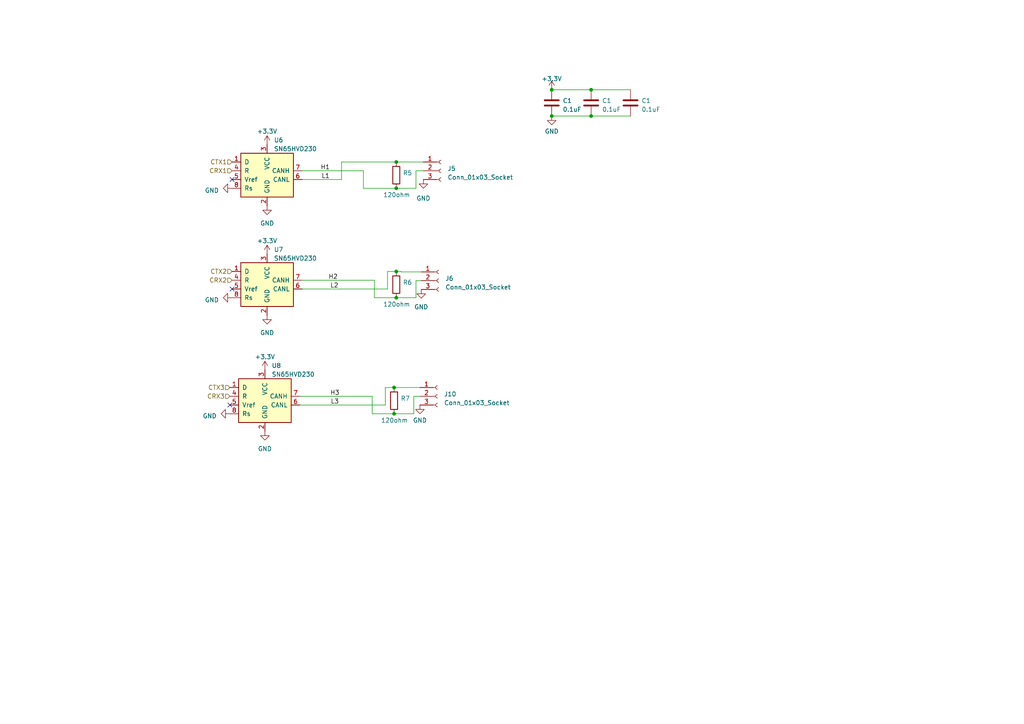
<source format=kicad_sch>
(kicad_sch (version 20230121) (generator eeschema)

  (uuid 4f57cc17-5d13-46a6-b852-c6192d84e404)

  (paper "A4")

  (lib_symbols
    (symbol "Connector:Conn_01x03_Socket" (pin_names (offset 1.016) hide) (in_bom yes) (on_board yes)
      (property "Reference" "J" (at 0 5.08 0)
        (effects (font (size 1.27 1.27)))
      )
      (property "Value" "Conn_01x03_Socket" (at 0 -5.08 0)
        (effects (font (size 1.27 1.27)))
      )
      (property "Footprint" "" (at 0 0 0)
        (effects (font (size 1.27 1.27)) hide)
      )
      (property "Datasheet" "~" (at 0 0 0)
        (effects (font (size 1.27 1.27)) hide)
      )
      (property "ki_locked" "" (at 0 0 0)
        (effects (font (size 1.27 1.27)))
      )
      (property "ki_keywords" "connector" (at 0 0 0)
        (effects (font (size 1.27 1.27)) hide)
      )
      (property "ki_description" "Generic connector, single row, 01x03, script generated" (at 0 0 0)
        (effects (font (size 1.27 1.27)) hide)
      )
      (property "ki_fp_filters" "Connector*:*_1x??_*" (at 0 0 0)
        (effects (font (size 1.27 1.27)) hide)
      )
      (symbol "Conn_01x03_Socket_1_1"
        (arc (start 0 -2.032) (mid -0.5058 -2.54) (end 0 -3.048)
          (stroke (width 0.1524) (type default))
          (fill (type none))
        )
        (polyline
          (pts
            (xy -1.27 -2.54)
            (xy -0.508 -2.54)
          )
          (stroke (width 0.1524) (type default))
          (fill (type none))
        )
        (polyline
          (pts
            (xy -1.27 0)
            (xy -0.508 0)
          )
          (stroke (width 0.1524) (type default))
          (fill (type none))
        )
        (polyline
          (pts
            (xy -1.27 2.54)
            (xy -0.508 2.54)
          )
          (stroke (width 0.1524) (type default))
          (fill (type none))
        )
        (arc (start 0 0.508) (mid -0.5058 0) (end 0 -0.508)
          (stroke (width 0.1524) (type default))
          (fill (type none))
        )
        (arc (start 0 3.048) (mid -0.5058 2.54) (end 0 2.032)
          (stroke (width 0.1524) (type default))
          (fill (type none))
        )
        (pin passive line (at -5.08 2.54 0) (length 3.81)
          (name "Pin_1" (effects (font (size 1.27 1.27))))
          (number "1" (effects (font (size 1.27 1.27))))
        )
        (pin passive line (at -5.08 0 0) (length 3.81)
          (name "Pin_2" (effects (font (size 1.27 1.27))))
          (number "2" (effects (font (size 1.27 1.27))))
        )
        (pin passive line (at -5.08 -2.54 0) (length 3.81)
          (name "Pin_3" (effects (font (size 1.27 1.27))))
          (number "3" (effects (font (size 1.27 1.27))))
        )
      )
    )
    (symbol "Device:C" (pin_numbers hide) (pin_names (offset 0.254)) (in_bom yes) (on_board yes)
      (property "Reference" "C" (at 0.635 2.54 0)
        (effects (font (size 1.27 1.27)) (justify left))
      )
      (property "Value" "C" (at 0.635 -2.54 0)
        (effects (font (size 1.27 1.27)) (justify left))
      )
      (property "Footprint" "" (at 0.9652 -3.81 0)
        (effects (font (size 1.27 1.27)) hide)
      )
      (property "Datasheet" "~" (at 0 0 0)
        (effects (font (size 1.27 1.27)) hide)
      )
      (property "ki_keywords" "cap capacitor" (at 0 0 0)
        (effects (font (size 1.27 1.27)) hide)
      )
      (property "ki_description" "Unpolarized capacitor" (at 0 0 0)
        (effects (font (size 1.27 1.27)) hide)
      )
      (property "ki_fp_filters" "C_*" (at 0 0 0)
        (effects (font (size 1.27 1.27)) hide)
      )
      (symbol "C_0_1"
        (polyline
          (pts
            (xy -2.032 -0.762)
            (xy 2.032 -0.762)
          )
          (stroke (width 0.508) (type default))
          (fill (type none))
        )
        (polyline
          (pts
            (xy -2.032 0.762)
            (xy 2.032 0.762)
          )
          (stroke (width 0.508) (type default))
          (fill (type none))
        )
      )
      (symbol "C_1_1"
        (pin passive line (at 0 3.81 270) (length 2.794)
          (name "~" (effects (font (size 1.27 1.27))))
          (number "1" (effects (font (size 1.27 1.27))))
        )
        (pin passive line (at 0 -3.81 90) (length 2.794)
          (name "~" (effects (font (size 1.27 1.27))))
          (number "2" (effects (font (size 1.27 1.27))))
        )
      )
    )
    (symbol "Device:R" (pin_numbers hide) (pin_names (offset 0)) (in_bom yes) (on_board yes)
      (property "Reference" "R" (at 2.032 0 90)
        (effects (font (size 1.27 1.27)))
      )
      (property "Value" "R" (at 0 0 90)
        (effects (font (size 1.27 1.27)))
      )
      (property "Footprint" "" (at -1.778 0 90)
        (effects (font (size 1.27 1.27)) hide)
      )
      (property "Datasheet" "~" (at 0 0 0)
        (effects (font (size 1.27 1.27)) hide)
      )
      (property "ki_keywords" "R res resistor" (at 0 0 0)
        (effects (font (size 1.27 1.27)) hide)
      )
      (property "ki_description" "Resistor" (at 0 0 0)
        (effects (font (size 1.27 1.27)) hide)
      )
      (property "ki_fp_filters" "R_*" (at 0 0 0)
        (effects (font (size 1.27 1.27)) hide)
      )
      (symbol "R_0_1"
        (rectangle (start -1.016 -2.54) (end 1.016 2.54)
          (stroke (width 0.254) (type default))
          (fill (type none))
        )
      )
      (symbol "R_1_1"
        (pin passive line (at 0 3.81 270) (length 1.27)
          (name "~" (effects (font (size 1.27 1.27))))
          (number "1" (effects (font (size 1.27 1.27))))
        )
        (pin passive line (at 0 -3.81 90) (length 1.27)
          (name "~" (effects (font (size 1.27 1.27))))
          (number "2" (effects (font (size 1.27 1.27))))
        )
      )
    )
    (symbol "Interface_CAN_LIN:SN65HVD230" (pin_names (offset 1.016)) (in_bom yes) (on_board yes)
      (property "Reference" "U" (at -2.54 10.16 0)
        (effects (font (size 1.27 1.27)) (justify right))
      )
      (property "Value" "SN65HVD230" (at -2.54 7.62 0)
        (effects (font (size 1.27 1.27)) (justify right))
      )
      (property "Footprint" "Package_SO:SOIC-8_3.9x4.9mm_P1.27mm" (at 0 -12.7 0)
        (effects (font (size 1.27 1.27)) hide)
      )
      (property "Datasheet" "http://www.ti.com/lit/ds/symlink/sn65hvd230.pdf" (at -2.54 10.16 0)
        (effects (font (size 1.27 1.27)) hide)
      )
      (property "ki_keywords" "can transeiver ti low-power" (at 0 0 0)
        (effects (font (size 1.27 1.27)) hide)
      )
      (property "ki_description" "CAN Bus Transceivers, 3.3V, 1Mbps, Low-Power capabilities, SOIC-8" (at 0 0 0)
        (effects (font (size 1.27 1.27)) hide)
      )
      (property "ki_fp_filters" "SOIC*3.9x4.9mm*P1.27mm*" (at 0 0 0)
        (effects (font (size 1.27 1.27)) hide)
      )
      (symbol "SN65HVD230_0_1"
        (rectangle (start -7.62 5.08) (end 7.62 -7.62)
          (stroke (width 0.254) (type default))
          (fill (type background))
        )
      )
      (symbol "SN65HVD230_1_1"
        (pin input line (at -10.16 2.54 0) (length 2.54)
          (name "D" (effects (font (size 1.27 1.27))))
          (number "1" (effects (font (size 1.27 1.27))))
        )
        (pin power_in line (at 0 -10.16 90) (length 2.54)
          (name "GND" (effects (font (size 1.27 1.27))))
          (number "2" (effects (font (size 1.27 1.27))))
        )
        (pin power_in line (at 0 7.62 270) (length 2.54)
          (name "VCC" (effects (font (size 1.27 1.27))))
          (number "3" (effects (font (size 1.27 1.27))))
        )
        (pin output line (at -10.16 0 0) (length 2.54)
          (name "R" (effects (font (size 1.27 1.27))))
          (number "4" (effects (font (size 1.27 1.27))))
        )
        (pin output line (at -10.16 -2.54 0) (length 2.54)
          (name "Vref" (effects (font (size 1.27 1.27))))
          (number "5" (effects (font (size 1.27 1.27))))
        )
        (pin bidirectional line (at 10.16 -2.54 180) (length 2.54)
          (name "CANL" (effects (font (size 1.27 1.27))))
          (number "6" (effects (font (size 1.27 1.27))))
        )
        (pin bidirectional line (at 10.16 0 180) (length 2.54)
          (name "CANH" (effects (font (size 1.27 1.27))))
          (number "7" (effects (font (size 1.27 1.27))))
        )
        (pin input line (at -10.16 -5.08 0) (length 2.54)
          (name "Rs" (effects (font (size 1.27 1.27))))
          (number "8" (effects (font (size 1.27 1.27))))
        )
      )
    )
    (symbol "power:+3.3V" (power) (pin_names (offset 0)) (in_bom yes) (on_board yes)
      (property "Reference" "#PWR" (at 0 -3.81 0)
        (effects (font (size 1.27 1.27)) hide)
      )
      (property "Value" "+3.3V" (at 0 3.556 0)
        (effects (font (size 1.27 1.27)))
      )
      (property "Footprint" "" (at 0 0 0)
        (effects (font (size 1.27 1.27)) hide)
      )
      (property "Datasheet" "" (at 0 0 0)
        (effects (font (size 1.27 1.27)) hide)
      )
      (property "ki_keywords" "global power" (at 0 0 0)
        (effects (font (size 1.27 1.27)) hide)
      )
      (property "ki_description" "Power symbol creates a global label with name \"+3.3V\"" (at 0 0 0)
        (effects (font (size 1.27 1.27)) hide)
      )
      (symbol "+3.3V_0_1"
        (polyline
          (pts
            (xy -0.762 1.27)
            (xy 0 2.54)
          )
          (stroke (width 0) (type default))
          (fill (type none))
        )
        (polyline
          (pts
            (xy 0 0)
            (xy 0 2.54)
          )
          (stroke (width 0) (type default))
          (fill (type none))
        )
        (polyline
          (pts
            (xy 0 2.54)
            (xy 0.762 1.27)
          )
          (stroke (width 0) (type default))
          (fill (type none))
        )
      )
      (symbol "+3.3V_1_1"
        (pin power_in line (at 0 0 90) (length 0) hide
          (name "+3.3V" (effects (font (size 1.27 1.27))))
          (number "1" (effects (font (size 1.27 1.27))))
        )
      )
    )
    (symbol "power:GND" (power) (pin_names (offset 0)) (in_bom yes) (on_board yes)
      (property "Reference" "#PWR" (at 0 -6.35 0)
        (effects (font (size 1.27 1.27)) hide)
      )
      (property "Value" "GND" (at 0 -3.81 0)
        (effects (font (size 1.27 1.27)))
      )
      (property "Footprint" "" (at 0 0 0)
        (effects (font (size 1.27 1.27)) hide)
      )
      (property "Datasheet" "" (at 0 0 0)
        (effects (font (size 1.27 1.27)) hide)
      )
      (property "ki_keywords" "global power" (at 0 0 0)
        (effects (font (size 1.27 1.27)) hide)
      )
      (property "ki_description" "Power symbol creates a global label with name \"GND\" , ground" (at 0 0 0)
        (effects (font (size 1.27 1.27)) hide)
      )
      (symbol "GND_0_1"
        (polyline
          (pts
            (xy 0 0)
            (xy 0 -1.27)
            (xy 1.27 -1.27)
            (xy 0 -2.54)
            (xy -1.27 -1.27)
            (xy 0 -1.27)
          )
          (stroke (width 0) (type default))
          (fill (type none))
        )
      )
      (symbol "GND_1_1"
        (pin power_in line (at 0 0 270) (length 0) hide
          (name "GND" (effects (font (size 1.27 1.27))))
          (number "1" (effects (font (size 1.27 1.27))))
        )
      )
    )
  )

  (junction (at 160.02 33.655) (diameter 0) (color 0 0 0 0)
    (uuid 053d8ab1-73ea-42f8-a723-e18e77ba7b34)
  )
  (junction (at 114.935 78.74) (diameter 0) (color 0 0 0 0)
    (uuid 1d441979-9742-4a5a-9ab4-6e09371ba208)
  )
  (junction (at 114.935 86.36) (diameter 0) (color 0 0 0 0)
    (uuid 65f6c086-77b6-457b-8cf4-fe11d39261c4)
  )
  (junction (at 114.3 112.395) (diameter 0) (color 0 0 0 0)
    (uuid 661b9767-c046-41f0-bf26-d9f72fc8eda7)
  )
  (junction (at 171.45 33.655) (diameter 0) (color 0 0 0 0)
    (uuid 7291f72d-b050-4644-bbd9-7fc8d0d7c693)
  )
  (junction (at 114.3 120.015) (diameter 0) (color 0 0 0 0)
    (uuid 79386291-790f-4867-a813-6c4ddc1c0f47)
  )
  (junction (at 114.935 46.99) (diameter 0) (color 0 0 0 0)
    (uuid 8c4b4c10-f804-40ca-8e4c-76ad615e6daf)
  )
  (junction (at 160.02 26.035) (diameter 0) (color 0 0 0 0)
    (uuid 8f164306-b063-4a76-b903-8ee605de5a1d)
  )
  (junction (at 114.935 54.61) (diameter 0) (color 0 0 0 0)
    (uuid ea34a9f7-858f-4854-a7ef-1fba9106c635)
  )
  (junction (at 171.45 26.035) (diameter 0) (color 0 0 0 0)
    (uuid ff1bb8bd-2825-4fc9-988d-bd5dc66b158b)
  )

  (no_connect (at 66.675 117.475) (uuid 5695d8bc-78b4-4619-be5b-7dd15a09579b))
  (no_connect (at 67.31 83.82) (uuid 5bb0474c-0aeb-477c-ae9f-3cffa56236ea))
  (no_connect (at 67.31 52.07) (uuid 955e2a57-5108-4ba9-94ec-860b230fcf62))

  (wire (pts (xy 87.63 83.82) (xy 112.395 83.82))
    (stroke (width 0) (type default))
    (uuid 053cc58d-8293-44c6-92c0-023841a1410f)
  )
  (wire (pts (xy 105.41 54.61) (xy 114.935 54.61))
    (stroke (width 0) (type default))
    (uuid 0a6c6f95-c60a-4431-ba64-f90491a7ba6a)
  )
  (wire (pts (xy 87.63 81.28) (xy 108.585 81.28))
    (stroke (width 0) (type default))
    (uuid 120037b2-d6fa-438f-a4a0-71630fad393f)
  )
  (wire (pts (xy 120.015 114.935) (xy 121.793 114.935))
    (stroke (width 0) (type default))
    (uuid 26f86f06-63fa-4ca8-8431-fa989618943c)
  )
  (wire (pts (xy 108.585 86.36) (xy 114.935 86.36))
    (stroke (width 0) (type default))
    (uuid 300aa806-498a-4c03-8fcf-6570692a5f84)
  )
  (wire (pts (xy 116.332 78.867) (xy 116.332 78.74))
    (stroke (width 0) (type default))
    (uuid 3077d957-dbf3-4434-9eec-0651d5cfb92e)
  )
  (wire (pts (xy 107.95 120.015) (xy 114.3 120.015))
    (stroke (width 0) (type default))
    (uuid 48353313-a3d7-471f-9828-afe1daa524c7)
  )
  (wire (pts (xy 99.06 52.07) (xy 99.06 46.99))
    (stroke (width 0) (type default))
    (uuid 4d31c410-0b97-4b96-9f6d-576eeea2d023)
  )
  (wire (pts (xy 111.76 112.395) (xy 114.3 112.395))
    (stroke (width 0) (type default))
    (uuid 51429bf8-b218-4d69-b99d-c61b10509059)
  )
  (wire (pts (xy 114.935 86.36) (xy 120.65 86.36))
    (stroke (width 0) (type default))
    (uuid 57f47376-80bd-4cc1-bd37-bba697756e87)
  )
  (wire (pts (xy 114.935 46.99) (xy 122.809 46.99))
    (stroke (width 0) (type default))
    (uuid 62969297-36c8-4a14-a511-2cbec42f0673)
  )
  (wire (pts (xy 171.45 26.035) (xy 182.88 26.035))
    (stroke (width 0) (type default))
    (uuid 6385e821-5d56-48bf-9292-639b99af6ea7)
  )
  (wire (pts (xy 112.395 78.74) (xy 114.935 78.74))
    (stroke (width 0) (type default))
    (uuid 6729b89e-34a1-484b-ad66-e9ca8d628290)
  )
  (wire (pts (xy 122.174 81.407) (xy 120.65 81.407))
    (stroke (width 0) (type default))
    (uuid 679aa02b-4d9b-49a1-81aa-fc7150f0e02c)
  )
  (wire (pts (xy 107.95 114.935) (xy 107.95 120.015))
    (stroke (width 0) (type default))
    (uuid 68f4773e-e651-4e29-a258-ed5bc7eda795)
  )
  (wire (pts (xy 111.76 117.475) (xy 111.76 112.395))
    (stroke (width 0) (type default))
    (uuid 75e1b8b3-7424-4e6b-8d15-f78b74431503)
  )
  (wire (pts (xy 120.65 81.407) (xy 120.65 86.36))
    (stroke (width 0) (type default))
    (uuid 7620d047-e261-46c1-9b2f-bd9cdbb911d1)
  )
  (wire (pts (xy 160.02 33.655) (xy 171.45 33.655))
    (stroke (width 0) (type default))
    (uuid 776b208f-f60b-4448-a5a7-20a2d99934c8)
  )
  (wire (pts (xy 116.332 78.74) (xy 114.935 78.74))
    (stroke (width 0) (type default))
    (uuid 80c4303e-cf2e-45e3-a431-3dce64e9b12d)
  )
  (wire (pts (xy 87.63 49.53) (xy 105.41 49.53))
    (stroke (width 0) (type default))
    (uuid 81e6acbb-dc88-47fe-915d-4e0887e1dd69)
  )
  (wire (pts (xy 116.332 78.867) (xy 122.174 78.867))
    (stroke (width 0) (type default))
    (uuid 86776522-f051-4f72-a7d3-b34a288c25df)
  )
  (wire (pts (xy 112.395 83.82) (xy 112.395 78.74))
    (stroke (width 0) (type default))
    (uuid 89918d04-1a50-4a40-a15a-f331fe17d8e4)
  )
  (wire (pts (xy 120.015 120.015) (xy 120.015 114.935))
    (stroke (width 0) (type default))
    (uuid 979cc2b9-636b-4568-82bf-e862c756c289)
  )
  (wire (pts (xy 87.63 52.07) (xy 99.06 52.07))
    (stroke (width 0) (type default))
    (uuid 98ac64b0-b52c-4baa-96c0-65bf03c9458e)
  )
  (wire (pts (xy 114.3 120.015) (xy 120.015 120.015))
    (stroke (width 0) (type default))
    (uuid a8cc0069-2292-44ad-a570-e437c8e99817)
  )
  (wire (pts (xy 114.3 112.395) (xy 121.793 112.395))
    (stroke (width 0) (type default))
    (uuid ac02da3a-a7dc-42ae-9d80-ed0477d08eeb)
  )
  (wire (pts (xy 86.995 114.935) (xy 107.95 114.935))
    (stroke (width 0) (type default))
    (uuid b3e5d4b7-e1ae-4862-af5d-b65d6ceb8099)
  )
  (wire (pts (xy 108.585 81.28) (xy 108.585 86.36))
    (stroke (width 0) (type default))
    (uuid b84895a0-403a-4ff6-af16-2af9f2f1a7b1)
  )
  (wire (pts (xy 114.935 54.61) (xy 120.65 54.61))
    (stroke (width 0) (type default))
    (uuid b9c9bc9e-7586-4f4e-bcde-e0a7ada57e3a)
  )
  (wire (pts (xy 86.995 117.475) (xy 111.76 117.475))
    (stroke (width 0) (type default))
    (uuid cf6584d5-3020-4edf-96f6-0e68f871bacb)
  )
  (wire (pts (xy 171.45 33.655) (xy 182.88 33.655))
    (stroke (width 0) (type default))
    (uuid d0f6f941-d9c2-411a-8180-66954b7f82ed)
  )
  (wire (pts (xy 120.65 54.61) (xy 120.65 49.53))
    (stroke (width 0) (type default))
    (uuid d3b53aca-b19a-4274-9104-caec12cec16d)
  )
  (wire (pts (xy 105.41 49.53) (xy 105.41 54.61))
    (stroke (width 0) (type default))
    (uuid d7aff344-defc-4bbe-bc30-9d950017f459)
  )
  (wire (pts (xy 99.06 46.99) (xy 114.935 46.99))
    (stroke (width 0) (type default))
    (uuid e6b8f129-69a4-49cc-9068-22a30595940f)
  )
  (wire (pts (xy 160.02 26.035) (xy 171.45 26.035))
    (stroke (width 0) (type default))
    (uuid eefec542-b697-467b-b92c-314e742dc123)
  )
  (wire (pts (xy 120.65 49.53) (xy 122.809 49.53))
    (stroke (width 0) (type default))
    (uuid fadbdba1-65d9-4ef5-8a86-992a41567796)
  )

  (label "H2" (at 95.25 81.28 0) (fields_autoplaced)
    (effects (font (size 1.27 1.27)) (justify left bottom))
    (uuid 1a059620-9a55-4e55-9755-11624c64c9dc)
  )
  (label "H1" (at 92.964 49.53 0) (fields_autoplaced)
    (effects (font (size 1.27 1.27)) (justify left bottom))
    (uuid 48064079-56fb-419b-ac20-9294058ab8b1)
  )
  (label "H3" (at 95.758 114.935 0) (fields_autoplaced)
    (effects (font (size 1.27 1.27)) (justify left bottom))
    (uuid 55f97cdc-17c6-46c9-ba10-c1f9be7c6826)
  )
  (label "L2" (at 95.758 83.82 0) (fields_autoplaced)
    (effects (font (size 1.27 1.27)) (justify left bottom))
    (uuid 84431aaf-6f2a-453d-b1a5-793cbbfac44b)
  )
  (label "L1" (at 93.218 52.07 0) (fields_autoplaced)
    (effects (font (size 1.27 1.27)) (justify left bottom))
    (uuid 9702f4a5-02d8-4f2c-837d-55bcc2b6ab6c)
  )
  (label "L3" (at 95.885 117.475 0) (fields_autoplaced)
    (effects (font (size 1.27 1.27)) (justify left bottom))
    (uuid 9fb358fc-1f20-4df0-8b42-9e39f950f679)
  )

  (hierarchical_label "CTX2" (shape input) (at 67.31 78.74 180) (fields_autoplaced)
    (effects (font (size 1.27 1.27)) (justify right))
    (uuid 26552aa4-6ff7-4582-8a0c-9e22f9e9c9ed)
  )
  (hierarchical_label "CTX1" (shape input) (at 67.31 46.99 180) (fields_autoplaced)
    (effects (font (size 1.27 1.27)) (justify right))
    (uuid 509bf9e1-b666-4faa-887e-566950ca9660)
  )
  (hierarchical_label "CRX3" (shape input) (at 66.675 114.935 180) (fields_autoplaced)
    (effects (font (size 1.27 1.27)) (justify right))
    (uuid 7997bfa1-a751-40a0-b010-3eb7e9446486)
  )
  (hierarchical_label "CRX2" (shape input) (at 67.31 81.28 180) (fields_autoplaced)
    (effects (font (size 1.27 1.27)) (justify right))
    (uuid bb9f7bd5-bb59-477c-8d40-2499965e6b7b)
  )
  (hierarchical_label "CRX1" (shape input) (at 67.31 49.53 180) (fields_autoplaced)
    (effects (font (size 1.27 1.27)) (justify right))
    (uuid cd37c602-bf0a-4e2b-9bdd-ecf37d07359e)
  )
  (hierarchical_label "CTX3" (shape input) (at 66.675 112.395 180) (fields_autoplaced)
    (effects (font (size 1.27 1.27)) (justify right))
    (uuid d491de48-7477-47ce-81e3-65c7c42dc15e)
  )

  (symbol (lib_id "power:+3.3V") (at 77.47 41.91 0) (unit 1)
    (in_bom yes) (on_board yes) (dnp no) (fields_autoplaced)
    (uuid 00287224-1895-4830-b169-4feb902f8c9e)
    (property "Reference" "#PWR013" (at 77.47 45.72 0)
      (effects (font (size 1.27 1.27)) hide)
    )
    (property "Value" "+3.3V" (at 77.47 38.1 0)
      (effects (font (size 1.27 1.27)))
    )
    (property "Footprint" "" (at 77.47 41.91 0)
      (effects (font (size 1.27 1.27)) hide)
    )
    (property "Datasheet" "" (at 77.47 41.91 0)
      (effects (font (size 1.27 1.27)) hide)
    )
    (pin "1" (uuid e8198287-e070-4601-bacb-4c2481fc5e7b))
    (instances
      (project "Control_Board_v2"
        (path "/8799be14-0ab9-4921-91c9-16a28eec5adb/80e9cdfd-6efa-4c3c-bf10-bf1d52fa952c"
          (reference "#PWR013") (unit 1)
        )
      )
    )
  )

  (symbol (lib_id "power:GND") (at 160.02 33.655 0) (unit 1)
    (in_bom yes) (on_board yes) (dnp no) (fields_autoplaced)
    (uuid 073c289b-3a57-424a-abb9-dc868f2fe0d1)
    (property "Reference" "#PWR029" (at 160.02 40.005 0)
      (effects (font (size 1.27 1.27)) hide)
    )
    (property "Value" "GND" (at 160.02 38.1 0)
      (effects (font (size 1.27 1.27)))
    )
    (property "Footprint" "" (at 160.02 33.655 0)
      (effects (font (size 1.27 1.27)) hide)
    )
    (property "Datasheet" "" (at 160.02 33.655 0)
      (effects (font (size 1.27 1.27)) hide)
    )
    (pin "1" (uuid 8ea00595-4778-4c5b-9630-3042d6af84da))
    (instances
      (project "Control_Board_v2"
        (path "/8799be14-0ab9-4921-91c9-16a28eec5adb/80e9cdfd-6efa-4c3c-bf10-bf1d52fa952c"
          (reference "#PWR029") (unit 1)
        )
      )
    )
  )

  (symbol (lib_id "Device:R") (at 114.3 116.205 0) (unit 1)
    (in_bom yes) (on_board yes) (dnp no)
    (uuid 07e31c92-08ae-4c96-b476-85ba6fb34e19)
    (property "Reference" "R7" (at 116.205 115.57 0)
      (effects (font (size 1.27 1.27)) (justify left))
    )
    (property "Value" "120ohm" (at 110.49 121.92 0)
      (effects (font (size 1.27 1.27)) (justify left))
    )
    (property "Footprint" "Resistor_SMD:R_1206_3216Metric" (at 112.522 116.205 90)
      (effects (font (size 1.27 1.27)) hide)
    )
    (property "Datasheet" "~" (at 114.3 116.205 0)
      (effects (font (size 1.27 1.27)) hide)
    )
    (pin "1" (uuid f7661ad4-8d16-4594-80e0-ceb073cfc0f8))
    (pin "2" (uuid 00f79518-5d76-483d-afb6-550c2933554a))
    (instances
      (project "Control_Board_v2"
        (path "/8799be14-0ab9-4921-91c9-16a28eec5adb/80e9cdfd-6efa-4c3c-bf10-bf1d52fa952c"
          (reference "R7") (unit 1)
        )
      )
    )
  )

  (symbol (lib_id "power:+3.3V") (at 160.02 26.035 0) (unit 1)
    (in_bom yes) (on_board yes) (dnp no) (fields_autoplaced)
    (uuid 0e37895c-15e0-4603-b2ad-eb0c4f32c2e5)
    (property "Reference" "#PWR028" (at 160.02 29.845 0)
      (effects (font (size 1.27 1.27)) hide)
    )
    (property "Value" "+3.3V" (at 160.02 22.86 0)
      (effects (font (size 1.27 1.27)))
    )
    (property "Footprint" "" (at 160.02 26.035 0)
      (effects (font (size 1.27 1.27)) hide)
    )
    (property "Datasheet" "" (at 160.02 26.035 0)
      (effects (font (size 1.27 1.27)) hide)
    )
    (pin "1" (uuid 0b3e07eb-16be-4a2f-8c7d-9ae497627936))
    (instances
      (project "Control_Board_v2"
        (path "/8799be14-0ab9-4921-91c9-16a28eec5adb/80e9cdfd-6efa-4c3c-bf10-bf1d52fa952c"
          (reference "#PWR028") (unit 1)
        )
      )
    )
  )

  (symbol (lib_id "Connector:Conn_01x03_Socket") (at 127.889 49.53 0) (unit 1)
    (in_bom yes) (on_board yes) (dnp no) (fields_autoplaced)
    (uuid 25edcb0d-8c51-420c-8c73-6343da087768)
    (property "Reference" "J5" (at 129.794 48.895 0)
      (effects (font (size 1.27 1.27)) (justify left))
    )
    (property "Value" "Conn_01x03_Socket" (at 129.794 51.435 0)
      (effects (font (size 1.27 1.27)) (justify left))
    )
    (property "Footprint" "Connector_JST:JST_GH_SM03B-GHS-TB_1x03-1MP_P1.25mm_Horizontal" (at 127.889 49.53 0)
      (effects (font (size 1.27 1.27)) hide)
    )
    (property "Datasheet" "~" (at 127.889 49.53 0)
      (effects (font (size 1.27 1.27)) hide)
    )
    (pin "1" (uuid 92064f1b-e4b4-4298-92ae-ee72a3026876))
    (pin "2" (uuid a7d3c9fa-4942-4a5b-b78c-466efade3132))
    (pin "3" (uuid e45b1147-5a14-4b77-9014-7f411fb6aaf9))
    (instances
      (project "Control_Board_v2"
        (path "/8799be14-0ab9-4921-91c9-16a28eec5adb/80e9cdfd-6efa-4c3c-bf10-bf1d52fa952c"
          (reference "J5") (unit 1)
        )
      )
    )
  )

  (symbol (lib_id "power:GND") (at 122.809 52.07 0) (unit 1)
    (in_bom yes) (on_board yes) (dnp no) (fields_autoplaced)
    (uuid 3547850c-c213-4b42-9957-7623baad1344)
    (property "Reference" "#PWR012" (at 122.809 58.42 0)
      (effects (font (size 1.27 1.27)) hide)
    )
    (property "Value" "GND" (at 122.809 57.531 0)
      (effects (font (size 1.27 1.27)))
    )
    (property "Footprint" "" (at 122.809 52.07 0)
      (effects (font (size 1.27 1.27)) hide)
    )
    (property "Datasheet" "" (at 122.809 52.07 0)
      (effects (font (size 1.27 1.27)) hide)
    )
    (pin "1" (uuid ef438968-4556-46ef-afc4-0c100f551f75))
    (instances
      (project "Control_Board_v2"
        (path "/8799be14-0ab9-4921-91c9-16a28eec5adb/80e9cdfd-6efa-4c3c-bf10-bf1d52fa952c"
          (reference "#PWR012") (unit 1)
        )
      )
    )
  )

  (symbol (lib_id "power:GND") (at 77.47 59.69 0) (unit 1)
    (in_bom yes) (on_board yes) (dnp no) (fields_autoplaced)
    (uuid 44a8d581-4aed-45b7-bf87-e19db6fcee8f)
    (property "Reference" "#PWR014" (at 77.47 66.04 0)
      (effects (font (size 1.27 1.27)) hide)
    )
    (property "Value" "GND" (at 77.47 64.77 0)
      (effects (font (size 1.27 1.27)))
    )
    (property "Footprint" "" (at 77.47 59.69 0)
      (effects (font (size 1.27 1.27)) hide)
    )
    (property "Datasheet" "" (at 77.47 59.69 0)
      (effects (font (size 1.27 1.27)) hide)
    )
    (pin "1" (uuid 5e3c7328-25f1-4432-aba6-bfeef2067df7))
    (instances
      (project "Control_Board_v2"
        (path "/8799be14-0ab9-4921-91c9-16a28eec5adb/80e9cdfd-6efa-4c3c-bf10-bf1d52fa952c"
          (reference "#PWR014") (unit 1)
        )
      )
    )
  )

  (symbol (lib_id "power:+3.3V") (at 76.835 107.315 0) (unit 1)
    (in_bom yes) (on_board yes) (dnp no) (fields_autoplaced)
    (uuid 4ea79db2-3e31-4ff4-8680-0bd69b56ded8)
    (property "Reference" "#PWR034" (at 76.835 111.125 0)
      (effects (font (size 1.27 1.27)) hide)
    )
    (property "Value" "+3.3V" (at 76.835 103.505 0)
      (effects (font (size 1.27 1.27)))
    )
    (property "Footprint" "" (at 76.835 107.315 0)
      (effects (font (size 1.27 1.27)) hide)
    )
    (property "Datasheet" "" (at 76.835 107.315 0)
      (effects (font (size 1.27 1.27)) hide)
    )
    (pin "1" (uuid a3f7d8bc-ebbc-4610-bb02-f05e39aa2fbb))
    (instances
      (project "Control_Board_v2"
        (path "/8799be14-0ab9-4921-91c9-16a28eec5adb/80e9cdfd-6efa-4c3c-bf10-bf1d52fa952c"
          (reference "#PWR034") (unit 1)
        )
      )
    )
  )

  (symbol (lib_id "power:GND") (at 67.31 54.61 270) (unit 1)
    (in_bom yes) (on_board yes) (dnp no) (fields_autoplaced)
    (uuid 519aa027-7058-4a9e-99d3-5379181c8470)
    (property "Reference" "#PWR011" (at 60.96 54.61 0)
      (effects (font (size 1.27 1.27)) hide)
    )
    (property "Value" "GND" (at 63.5 55.245 90)
      (effects (font (size 1.27 1.27)) (justify right))
    )
    (property "Footprint" "" (at 67.31 54.61 0)
      (effects (font (size 1.27 1.27)) hide)
    )
    (property "Datasheet" "" (at 67.31 54.61 0)
      (effects (font (size 1.27 1.27)) hide)
    )
    (pin "1" (uuid cab220bd-122e-4e38-a468-2e42d7dcbc72))
    (instances
      (project "Control_Board_v2"
        (path "/8799be14-0ab9-4921-91c9-16a28eec5adb/80e9cdfd-6efa-4c3c-bf10-bf1d52fa952c"
          (reference "#PWR011") (unit 1)
        )
      )
    )
  )

  (symbol (lib_id "power:+3.3V") (at 77.47 73.66 0) (unit 1)
    (in_bom yes) (on_board yes) (dnp no) (fields_autoplaced)
    (uuid 59554a00-c76d-4233-a269-4f5028f77569)
    (property "Reference" "#PWR016" (at 77.47 77.47 0)
      (effects (font (size 1.27 1.27)) hide)
    )
    (property "Value" "+3.3V" (at 77.47 69.85 0)
      (effects (font (size 1.27 1.27)))
    )
    (property "Footprint" "" (at 77.47 73.66 0)
      (effects (font (size 1.27 1.27)) hide)
    )
    (property "Datasheet" "" (at 77.47 73.66 0)
      (effects (font (size 1.27 1.27)) hide)
    )
    (pin "1" (uuid 459f5894-a720-4941-b273-ce95a9306ae1))
    (instances
      (project "Control_Board_v2"
        (path "/8799be14-0ab9-4921-91c9-16a28eec5adb/80e9cdfd-6efa-4c3c-bf10-bf1d52fa952c"
          (reference "#PWR016") (unit 1)
        )
      )
    )
  )

  (symbol (lib_id "power:GND") (at 67.31 86.36 270) (unit 1)
    (in_bom yes) (on_board yes) (dnp no) (fields_autoplaced)
    (uuid 5ceb0e04-5d96-496e-b182-6aefecb1efd9)
    (property "Reference" "#PWR015" (at 60.96 86.36 0)
      (effects (font (size 1.27 1.27)) hide)
    )
    (property "Value" "GND" (at 63.5 86.995 90)
      (effects (font (size 1.27 1.27)) (justify right))
    )
    (property "Footprint" "" (at 67.31 86.36 0)
      (effects (font (size 1.27 1.27)) hide)
    )
    (property "Datasheet" "" (at 67.31 86.36 0)
      (effects (font (size 1.27 1.27)) hide)
    )
    (pin "1" (uuid 081a8cdc-4ec6-403a-aba7-1ebc2b8b4251))
    (instances
      (project "Control_Board_v2"
        (path "/8799be14-0ab9-4921-91c9-16a28eec5adb/80e9cdfd-6efa-4c3c-bf10-bf1d52fa952c"
          (reference "#PWR015") (unit 1)
        )
      )
    )
  )

  (symbol (lib_id "power:GND") (at 121.793 117.475 0) (unit 1)
    (in_bom yes) (on_board yes) (dnp no) (fields_autoplaced)
    (uuid 5edf8c6e-6ca0-46ce-baca-ff7962a30d32)
    (property "Reference" "#PWR036" (at 121.793 123.825 0)
      (effects (font (size 1.27 1.27)) hide)
    )
    (property "Value" "GND" (at 121.793 121.92 0)
      (effects (font (size 1.27 1.27)))
    )
    (property "Footprint" "" (at 121.793 117.475 0)
      (effects (font (size 1.27 1.27)) hide)
    )
    (property "Datasheet" "" (at 121.793 117.475 0)
      (effects (font (size 1.27 1.27)) hide)
    )
    (pin "1" (uuid 75fc3de8-d168-4b38-85b3-ddff7e3162ac))
    (instances
      (project "Control_Board_v2"
        (path "/8799be14-0ab9-4921-91c9-16a28eec5adb/80e9cdfd-6efa-4c3c-bf10-bf1d52fa952c"
          (reference "#PWR036") (unit 1)
        )
      )
    )
  )

  (symbol (lib_id "power:GND") (at 76.835 125.095 0) (unit 1)
    (in_bom yes) (on_board yes) (dnp no) (fields_autoplaced)
    (uuid 66994a2f-21da-45f2-93de-5f1f66c12200)
    (property "Reference" "#PWR035" (at 76.835 131.445 0)
      (effects (font (size 1.27 1.27)) hide)
    )
    (property "Value" "GND" (at 76.835 130.175 0)
      (effects (font (size 1.27 1.27)))
    )
    (property "Footprint" "" (at 76.835 125.095 0)
      (effects (font (size 1.27 1.27)) hide)
    )
    (property "Datasheet" "" (at 76.835 125.095 0)
      (effects (font (size 1.27 1.27)) hide)
    )
    (pin "1" (uuid 281b0e78-254c-4d11-8ab2-eee56bb4f2fa))
    (instances
      (project "Control_Board_v2"
        (path "/8799be14-0ab9-4921-91c9-16a28eec5adb/80e9cdfd-6efa-4c3c-bf10-bf1d52fa952c"
          (reference "#PWR035") (unit 1)
        )
      )
    )
  )

  (symbol (lib_id "Interface_CAN_LIN:SN65HVD230") (at 76.835 114.935 0) (unit 1)
    (in_bom yes) (on_board yes) (dnp no) (fields_autoplaced)
    (uuid 91c7bc31-b595-479c-9376-684de6925669)
    (property "Reference" "U8" (at 78.7909 106.045 0)
      (effects (font (size 1.27 1.27)) (justify left))
    )
    (property "Value" "SN65HVD230" (at 78.7909 108.585 0)
      (effects (font (size 1.27 1.27)) (justify left))
    )
    (property "Footprint" "Package_SO:SOIC-8_3.9x4.9mm_P1.27mm" (at 76.835 127.635 0)
      (effects (font (size 1.27 1.27)) hide)
    )
    (property "Datasheet" "http://www.ti.com/lit/ds/symlink/sn65hvd230.pdf" (at 74.295 104.775 0)
      (effects (font (size 1.27 1.27)) hide)
    )
    (pin "1" (uuid 0c214849-01fd-4308-b98e-c0dc0ce33ead))
    (pin "2" (uuid 6ccde4a5-753b-471c-bbb7-ef6d013fafa1))
    (pin "3" (uuid d41b36b1-f8cb-475f-b9f6-55d22043e746))
    (pin "4" (uuid 7ec716f8-dbb6-4784-94c6-12e46b1320b2))
    (pin "5" (uuid 34513c9a-299d-44d5-9194-8ae9cf6adfb4))
    (pin "6" (uuid 6bfed2d5-eebf-4f68-9f6e-eadfaa5e7c89))
    (pin "7" (uuid 1400eda9-dfc4-4f4a-932f-9f42d9a6fc66))
    (pin "8" (uuid 6faf10ad-6cfe-4ce0-8bb3-b692697c34b2))
    (instances
      (project "Control_Board_v2"
        (path "/8799be14-0ab9-4921-91c9-16a28eec5adb/80e9cdfd-6efa-4c3c-bf10-bf1d52fa952c"
          (reference "U8") (unit 1)
        )
      )
    )
  )

  (symbol (lib_id "Device:C") (at 171.45 29.845 0) (unit 1)
    (in_bom yes) (on_board yes) (dnp no) (fields_autoplaced)
    (uuid 92266250-5a16-47f3-be61-82445b33771c)
    (property "Reference" "C1" (at 174.625 29.21 0)
      (effects (font (size 1.27 1.27)) (justify left))
    )
    (property "Value" "0.1uF" (at 174.625 31.75 0)
      (effects (font (size 1.27 1.27)) (justify left))
    )
    (property "Footprint" "Capacitor_SMD:C_1206_3216Metric" (at 172.4152 33.655 0)
      (effects (font (size 1.27 1.27)) hide)
    )
    (property "Datasheet" "~" (at 171.45 29.845 0)
      (effects (font (size 1.27 1.27)) hide)
    )
    (pin "1" (uuid a92bd540-dd0a-423c-a6b3-bf6541da9988))
    (pin "2" (uuid 1cdeae10-4373-4866-9ce6-f38eeb559e95))
    (instances
      (project "Control_Board_v2"
        (path "/8799be14-0ab9-4921-91c9-16a28eec5adb/5af3fce4-fe4a-4a55-b239-43f7e73911ff"
          (reference "C1") (unit 1)
        )
        (path "/8799be14-0ab9-4921-91c9-16a28eec5adb/80e9cdfd-6efa-4c3c-bf10-bf1d52fa952c"
          (reference "C7") (unit 1)
        )
      )
    )
  )

  (symbol (lib_id "Interface_CAN_LIN:SN65HVD230") (at 77.47 81.28 0) (unit 1)
    (in_bom yes) (on_board yes) (dnp no) (fields_autoplaced)
    (uuid a6efd92f-fe21-4a25-b7b1-411a00a8f953)
    (property "Reference" "U7" (at 79.4259 72.39 0)
      (effects (font (size 1.27 1.27)) (justify left))
    )
    (property "Value" "SN65HVD230" (at 79.4259 74.93 0)
      (effects (font (size 1.27 1.27)) (justify left))
    )
    (property "Footprint" "Package_SO:SOIC-8_3.9x4.9mm_P1.27mm" (at 77.47 93.98 0)
      (effects (font (size 1.27 1.27)) hide)
    )
    (property "Datasheet" "http://www.ti.com/lit/ds/symlink/sn65hvd230.pdf" (at 74.93 71.12 0)
      (effects (font (size 1.27 1.27)) hide)
    )
    (pin "1" (uuid 25247987-d0c1-4bf8-a214-175dc449e0e1))
    (pin "2" (uuid aa8a2beb-98ee-43f8-91c4-edd983547fea))
    (pin "3" (uuid 9532f632-7e3f-42e7-a1d9-65f09e8c7db4))
    (pin "4" (uuid 0d54b0e5-f7c7-4d33-8774-7945dfbdb126))
    (pin "5" (uuid 1bcb4619-8f37-40ba-bc5f-36d2e3a80791))
    (pin "6" (uuid 5faa44c2-c6f4-44d2-bb6c-61ef799388b5))
    (pin "7" (uuid 7db5373b-cb95-449b-877d-2d28c97dee3c))
    (pin "8" (uuid 0a8e451a-1d6d-4658-8e1a-39b5065d574d))
    (instances
      (project "Control_Board_v2"
        (path "/8799be14-0ab9-4921-91c9-16a28eec5adb/80e9cdfd-6efa-4c3c-bf10-bf1d52fa952c"
          (reference "U7") (unit 1)
        )
      )
    )
  )

  (symbol (lib_id "Interface_CAN_LIN:SN65HVD230") (at 77.47 49.53 0) (unit 1)
    (in_bom yes) (on_board yes) (dnp no) (fields_autoplaced)
    (uuid a6faf560-d848-41c6-a989-97449fab4353)
    (property "Reference" "U6" (at 79.4259 40.64 0)
      (effects (font (size 1.27 1.27)) (justify left))
    )
    (property "Value" "SN65HVD230" (at 79.4259 43.18 0)
      (effects (font (size 1.27 1.27)) (justify left))
    )
    (property "Footprint" "Package_SO:SOIC-8_3.9x4.9mm_P1.27mm" (at 77.47 62.23 0)
      (effects (font (size 1.27 1.27)) hide)
    )
    (property "Datasheet" "http://www.ti.com/lit/ds/symlink/sn65hvd230.pdf" (at 74.93 39.37 0)
      (effects (font (size 1.27 1.27)) hide)
    )
    (pin "1" (uuid 6048dc43-0e00-428c-a768-702c586160a5))
    (pin "2" (uuid 027f3148-64be-4047-8bc4-4053ce1f4b83))
    (pin "3" (uuid 32ea633c-b73a-4530-b5e2-2df7975b83c4))
    (pin "4" (uuid c6b02667-3a47-4da9-9f05-04fc24848af8))
    (pin "5" (uuid 92465a21-4e6f-4e0f-8186-d9eaec4905d7))
    (pin "6" (uuid 159095d2-adec-4112-a99f-a8a3e572b973))
    (pin "7" (uuid 3ec0467d-7390-4228-af26-436013617993))
    (pin "8" (uuid 994696c1-27d8-4ec2-b976-920af5f826d8))
    (instances
      (project "Control_Board_v2"
        (path "/8799be14-0ab9-4921-91c9-16a28eec5adb/80e9cdfd-6efa-4c3c-bf10-bf1d52fa952c"
          (reference "U6") (unit 1)
        )
      )
    )
  )

  (symbol (lib_id "Device:C") (at 182.88 29.845 0) (unit 1)
    (in_bom yes) (on_board yes) (dnp no) (fields_autoplaced)
    (uuid adf7a847-ac31-44d0-ba63-456c2d2a87cc)
    (property "Reference" "C1" (at 186.055 29.21 0)
      (effects (font (size 1.27 1.27)) (justify left))
    )
    (property "Value" "0.1uF" (at 186.055 31.75 0)
      (effects (font (size 1.27 1.27)) (justify left))
    )
    (property "Footprint" "Capacitor_SMD:C_1206_3216Metric" (at 183.8452 33.655 0)
      (effects (font (size 1.27 1.27)) hide)
    )
    (property "Datasheet" "~" (at 182.88 29.845 0)
      (effects (font (size 1.27 1.27)) hide)
    )
    (pin "1" (uuid 8deba3a9-08b5-469d-bd4a-5891f3b7bcd6))
    (pin "2" (uuid 5fb96b30-d1ae-4722-8633-b962b4e8c86f))
    (instances
      (project "Control_Board_v2"
        (path "/8799be14-0ab9-4921-91c9-16a28eec5adb/5af3fce4-fe4a-4a55-b239-43f7e73911ff"
          (reference "C1") (unit 1)
        )
        (path "/8799be14-0ab9-4921-91c9-16a28eec5adb/80e9cdfd-6efa-4c3c-bf10-bf1d52fa952c"
          (reference "C8") (unit 1)
        )
      )
    )
  )

  (symbol (lib_id "Device:R") (at 114.935 82.55 0) (unit 1)
    (in_bom yes) (on_board yes) (dnp no)
    (uuid ae0df30b-27d0-4314-a40c-d45a7bd01093)
    (property "Reference" "R6" (at 116.84 81.915 0)
      (effects (font (size 1.27 1.27)) (justify left))
    )
    (property "Value" "120ohm" (at 111.125 88.265 0)
      (effects (font (size 1.27 1.27)) (justify left))
    )
    (property "Footprint" "Resistor_SMD:R_1206_3216Metric" (at 113.157 82.55 90)
      (effects (font (size 1.27 1.27)) hide)
    )
    (property "Datasheet" "~" (at 114.935 82.55 0)
      (effects (font (size 1.27 1.27)) hide)
    )
    (pin "1" (uuid 8e1e3ed3-5501-4cae-9487-8d2cb3009dd7))
    (pin "2" (uuid 283cde79-decb-47b1-9ad6-5f4562580369))
    (instances
      (project "Control_Board_v2"
        (path "/8799be14-0ab9-4921-91c9-16a28eec5adb/80e9cdfd-6efa-4c3c-bf10-bf1d52fa952c"
          (reference "R6") (unit 1)
        )
      )
    )
  )

  (symbol (lib_id "Connector:Conn_01x03_Socket") (at 126.873 114.935 0) (unit 1)
    (in_bom yes) (on_board yes) (dnp no) (fields_autoplaced)
    (uuid b7f8150c-46c9-4de4-9209-0e53657df054)
    (property "Reference" "J10" (at 128.778 114.3 0)
      (effects (font (size 1.27 1.27)) (justify left))
    )
    (property "Value" "Conn_01x03_Socket" (at 128.778 116.84 0)
      (effects (font (size 1.27 1.27)) (justify left))
    )
    (property "Footprint" "Connector_JST:JST_GH_SM03B-GHS-TB_1x03-1MP_P1.25mm_Horizontal" (at 126.873 114.935 0)
      (effects (font (size 1.27 1.27)) hide)
    )
    (property "Datasheet" "~" (at 126.873 114.935 0)
      (effects (font (size 1.27 1.27)) hide)
    )
    (pin "1" (uuid fa075da4-3ce6-4600-bfad-1f1de511e150))
    (pin "2" (uuid 0b200b72-f99b-44ef-8d02-83874d97df52))
    (pin "3" (uuid 0ab30642-5398-4cc7-aa8c-ca207ab0a544))
    (instances
      (project "Control_Board_v2"
        (path "/8799be14-0ab9-4921-91c9-16a28eec5adb/80e9cdfd-6efa-4c3c-bf10-bf1d52fa952c"
          (reference "J10") (unit 1)
        )
      )
    )
  )

  (symbol (lib_id "Device:C") (at 160.02 29.845 0) (unit 1)
    (in_bom yes) (on_board yes) (dnp no) (fields_autoplaced)
    (uuid bb1bb374-e035-4527-a235-d5ada32369c3)
    (property "Reference" "C1" (at 163.195 29.21 0)
      (effects (font (size 1.27 1.27)) (justify left))
    )
    (property "Value" "0.1uF" (at 163.195 31.75 0)
      (effects (font (size 1.27 1.27)) (justify left))
    )
    (property "Footprint" "Capacitor_SMD:C_1206_3216Metric" (at 160.9852 33.655 0)
      (effects (font (size 1.27 1.27)) hide)
    )
    (property "Datasheet" "~" (at 160.02 29.845 0)
      (effects (font (size 1.27 1.27)) hide)
    )
    (pin "1" (uuid 21a0494c-be5f-4084-9055-ef84c452eb94))
    (pin "2" (uuid 2aae6592-0317-4eba-8698-304110aec0ad))
    (instances
      (project "Control_Board_v2"
        (path "/8799be14-0ab9-4921-91c9-16a28eec5adb/5af3fce4-fe4a-4a55-b239-43f7e73911ff"
          (reference "C1") (unit 1)
        )
        (path "/8799be14-0ab9-4921-91c9-16a28eec5adb/80e9cdfd-6efa-4c3c-bf10-bf1d52fa952c"
          (reference "C6") (unit 1)
        )
      )
    )
  )

  (symbol (lib_id "power:GND") (at 122.174 83.947 0) (unit 1)
    (in_bom yes) (on_board yes) (dnp no) (fields_autoplaced)
    (uuid cfae4acd-599b-42bb-abce-b8c7da8cc6a1)
    (property "Reference" "#PWR018" (at 122.174 90.297 0)
      (effects (font (size 1.27 1.27)) hide)
    )
    (property "Value" "GND" (at 122.174 89.027 0)
      (effects (font (size 1.27 1.27)))
    )
    (property "Footprint" "" (at 122.174 83.947 0)
      (effects (font (size 1.27 1.27)) hide)
    )
    (property "Datasheet" "" (at 122.174 83.947 0)
      (effects (font (size 1.27 1.27)) hide)
    )
    (pin "1" (uuid a4678bc4-6dd8-4cac-84f4-08c7a0e71783))
    (instances
      (project "Control_Board_v2"
        (path "/8799be14-0ab9-4921-91c9-16a28eec5adb/80e9cdfd-6efa-4c3c-bf10-bf1d52fa952c"
          (reference "#PWR018") (unit 1)
        )
      )
    )
  )

  (symbol (lib_id "Device:R") (at 114.935 50.8 0) (unit 1)
    (in_bom yes) (on_board yes) (dnp no)
    (uuid e14eeec7-65e0-4d17-b000-c8c0cf1b8191)
    (property "Reference" "R5" (at 116.84 50.165 0)
      (effects (font (size 1.27 1.27)) (justify left))
    )
    (property "Value" "120ohm" (at 111.125 56.515 0)
      (effects (font (size 1.27 1.27)) (justify left))
    )
    (property "Footprint" "Resistor_SMD:R_1206_3216Metric" (at 113.157 50.8 90)
      (effects (font (size 1.27 1.27)) hide)
    )
    (property "Datasheet" "~" (at 114.935 50.8 0)
      (effects (font (size 1.27 1.27)) hide)
    )
    (pin "1" (uuid 9c31d737-f8e4-4dad-bf12-85cc5ff92006))
    (pin "2" (uuid d72bd1c5-7f46-4eb6-b8c4-44a196fd6fdd))
    (instances
      (project "Control_Board_v2"
        (path "/8799be14-0ab9-4921-91c9-16a28eec5adb/80e9cdfd-6efa-4c3c-bf10-bf1d52fa952c"
          (reference "R5") (unit 1)
        )
      )
    )
  )

  (symbol (lib_id "Connector:Conn_01x03_Socket") (at 127.254 81.407 0) (unit 1)
    (in_bom yes) (on_board yes) (dnp no) (fields_autoplaced)
    (uuid ea2fcc45-3c06-4d80-9afb-88686bcf1930)
    (property "Reference" "J6" (at 129.159 80.772 0)
      (effects (font (size 1.27 1.27)) (justify left))
    )
    (property "Value" "Conn_01x03_Socket" (at 129.159 83.312 0)
      (effects (font (size 1.27 1.27)) (justify left))
    )
    (property "Footprint" "Connector_JST:JST_GH_SM03B-GHS-TB_1x03-1MP_P1.25mm_Horizontal" (at 127.254 81.407 0)
      (effects (font (size 1.27 1.27)) hide)
    )
    (property "Datasheet" "~" (at 127.254 81.407 0)
      (effects (font (size 1.27 1.27)) hide)
    )
    (pin "1" (uuid 7fe1b023-72ad-4cfd-8b23-1934002bd909))
    (pin "2" (uuid b97c13a0-e57b-4a40-b419-f0e1e415ac7d))
    (pin "3" (uuid db575ab1-94b8-4bbf-aa4a-df9fb735000a))
    (instances
      (project "Control_Board_v2"
        (path "/8799be14-0ab9-4921-91c9-16a28eec5adb/80e9cdfd-6efa-4c3c-bf10-bf1d52fa952c"
          (reference "J6") (unit 1)
        )
      )
    )
  )

  (symbol (lib_id "power:GND") (at 77.47 91.44 0) (unit 1)
    (in_bom yes) (on_board yes) (dnp no) (fields_autoplaced)
    (uuid fbb29fc0-4b31-4a9e-a04d-375dc2ec0623)
    (property "Reference" "#PWR017" (at 77.47 97.79 0)
      (effects (font (size 1.27 1.27)) hide)
    )
    (property "Value" "GND" (at 77.47 96.52 0)
      (effects (font (size 1.27 1.27)))
    )
    (property "Footprint" "" (at 77.47 91.44 0)
      (effects (font (size 1.27 1.27)) hide)
    )
    (property "Datasheet" "" (at 77.47 91.44 0)
      (effects (font (size 1.27 1.27)) hide)
    )
    (pin "1" (uuid 4b3cdb7b-2183-4ef8-b3d4-244db11808df))
    (instances
      (project "Control_Board_v2"
        (path "/8799be14-0ab9-4921-91c9-16a28eec5adb/80e9cdfd-6efa-4c3c-bf10-bf1d52fa952c"
          (reference "#PWR017") (unit 1)
        )
      )
    )
  )

  (symbol (lib_id "power:GND") (at 66.675 120.015 270) (unit 1)
    (in_bom yes) (on_board yes) (dnp no) (fields_autoplaced)
    (uuid fff8db9a-5f9e-4585-a067-308bc720d152)
    (property "Reference" "#PWR033" (at 60.325 120.015 0)
      (effects (font (size 1.27 1.27)) hide)
    )
    (property "Value" "GND" (at 62.865 120.65 90)
      (effects (font (size 1.27 1.27)) (justify right))
    )
    (property "Footprint" "" (at 66.675 120.015 0)
      (effects (font (size 1.27 1.27)) hide)
    )
    (property "Datasheet" "" (at 66.675 120.015 0)
      (effects (font (size 1.27 1.27)) hide)
    )
    (pin "1" (uuid a02e8e96-028a-4c09-a3f8-5e77a1cfeb2a))
    (instances
      (project "Control_Board_v2"
        (path "/8799be14-0ab9-4921-91c9-16a28eec5adb/80e9cdfd-6efa-4c3c-bf10-bf1d52fa952c"
          (reference "#PWR033") (unit 1)
        )
      )
    )
  )
)

</source>
